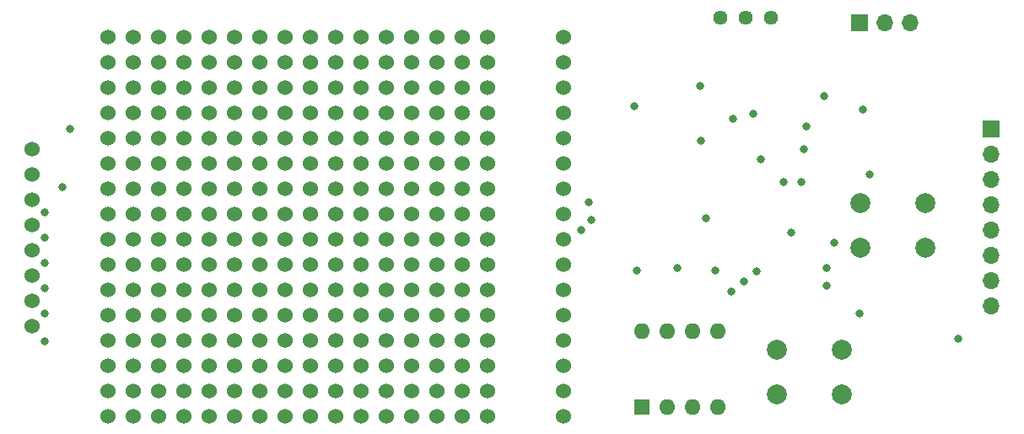
<source format=gbr>
%TF.GenerationSoftware,KiCad,Pcbnew,(5.1.10-1-10_14)*%
%TF.CreationDate,2021-11-01T23:58:36-04:00*%
%TF.ProjectId,DIODE-prototype-board,44494f44-452d-4707-926f-746f74797065,rev?*%
%TF.SameCoordinates,Original*%
%TF.FileFunction,Copper,L3,Inr*%
%TF.FilePolarity,Positive*%
%FSLAX46Y46*%
G04 Gerber Fmt 4.6, Leading zero omitted, Abs format (unit mm)*
G04 Created by KiCad (PCBNEW (5.1.10-1-10_14)) date 2021-11-01 23:58:36*
%MOMM*%
%LPD*%
G01*
G04 APERTURE LIST*
%TA.AperFunction,ComponentPad*%
%ADD10O,1.700000X1.700000*%
%TD*%
%TA.AperFunction,ComponentPad*%
%ADD11R,1.700000X1.700000*%
%TD*%
%TA.AperFunction,ComponentPad*%
%ADD12C,1.440000*%
%TD*%
%TA.AperFunction,ComponentPad*%
%ADD13C,2.000000*%
%TD*%
%TA.AperFunction,ComponentPad*%
%ADD14O,1.600000X1.600000*%
%TD*%
%TA.AperFunction,ComponentPad*%
%ADD15R,1.600000X1.600000*%
%TD*%
%TA.AperFunction,ComponentPad*%
%ADD16C,1.524000*%
%TD*%
%TA.AperFunction,ViaPad*%
%ADD17C,0.800000*%
%TD*%
G04 APERTURE END LIST*
D10*
%TO.N,Net-(J1-Pad8)*%
%TO.C,J1*%
X163068000Y-158242000D03*
%TO.N,Net-(J1-Pad7)*%
X163068000Y-155702000D03*
%TO.N,Net-(J1-Pad6)*%
X163068000Y-153162000D03*
%TO.N,Net-(J1-Pad5)*%
X163068000Y-150622000D03*
%TO.N,EXT_CLOCK*%
X163068000Y-148082000D03*
%TO.N,EXT_LOAD*%
X163068000Y-145542000D03*
%TO.N,GND*%
X163068000Y-143002000D03*
D11*
%TO.N,VCC*%
X163068000Y-140462000D03*
%TD*%
D12*
%TO.N,Net-(RV2-Pad3)*%
%TO.C,RV2*%
X135890000Y-129286000D03*
%TO.N,Net-(R10-Pad1)*%
X138430000Y-129286000D03*
%TO.N,Net-(R5-Pad1)*%
X140970000Y-129286000D03*
%TD*%
D13*
%TO.N,Net-(R12-Pad1)*%
%TO.C,SW4*%
X141582000Y-167132000D03*
%TO.N,GND*%
X141582000Y-162632000D03*
%TO.N,Net-(R12-Pad1)*%
X148082000Y-167132000D03*
%TO.N,GND*%
X148082000Y-162632000D03*
%TD*%
%TO.N,Net-(R11-Pad1)*%
%TO.C,SW2*%
X156464000Y-147900000D03*
%TO.N,GND*%
X156464000Y-152400000D03*
%TO.N,Net-(R11-Pad1)*%
X149964000Y-147900000D03*
%TO.N,GND*%
X149964000Y-152400000D03*
%TD*%
D14*
%TO.N,Net-(J1-Pad5)*%
%TO.C,SW3*%
X128016000Y-160782000D03*
%TO.N,VCC*%
X135636000Y-168402000D03*
%TO.N,Net-(J1-Pad6)*%
X130556000Y-160782000D03*
%TO.N,VCC*%
X133096000Y-168402000D03*
%TO.N,Net-(J1-Pad7)*%
X133096000Y-160782000D03*
%TO.N,VCC*%
X130556000Y-168402000D03*
%TO.N,Net-(J1-Pad8)*%
X135636000Y-160782000D03*
D15*
%TO.N,VCC*%
X128016000Y-168402000D03*
%TD*%
D10*
%TO.N,GND*%
%TO.C,SW1*%
X154940000Y-129794000D03*
%TO.N,Net-(SW1-Pad2)*%
X152400000Y-129794000D03*
D11*
%TO.N,VCC*%
X149860000Y-129794000D03*
%TD*%
D16*
%TO.N,Net-(U1-Pad20)*%
%TO.C,U1*%
X112522000Y-159174000D03*
%TO.N,Net-(U1-Pad13)*%
X112522000Y-141394000D03*
%TO.N,Net-(U1-Pad24)*%
X112522000Y-169334000D03*
%TO.N,Net-(U1-Pad18)*%
X112522000Y-154094000D03*
%TO.N,Net-(U1-Pad12)*%
X112522000Y-138854000D03*
%TO.N,Net-(U1-Pad17)*%
X112522000Y-151554000D03*
%TO.N,Net-(U1-Pad9)*%
X112522000Y-131234000D03*
%TO.N,Net-(U1-Pad23)*%
X112522000Y-166794000D03*
%TO.N,Net-(U1-Pad11)*%
X112522000Y-136314000D03*
%TO.N,Net-(U1-Pad21)*%
X112522000Y-161714000D03*
%TO.N,Net-(U1-Pad15)*%
X112522000Y-146474000D03*
%TO.N,Net-(U1-Pad16)*%
X112522000Y-149014000D03*
%TO.N,Net-(U1-Pad14)*%
X112522000Y-143934000D03*
%TO.N,Net-(U1-Pad19)*%
X112522000Y-156634000D03*
%TO.N,Net-(U1-Pad22)*%
X112522000Y-164254000D03*
%TO.N,Net-(U1-Pad10)*%
X112522000Y-133774000D03*
%TO.N,Net-(U1-Pad24)*%
X120142000Y-169334000D03*
%TO.N,Net-(U1-Pad21)*%
X120142000Y-161714000D03*
%TO.N,Net-(U1-Pad23)*%
X120142000Y-166794000D03*
%TO.N,Net-(U1-Pad22)*%
X120142000Y-164254000D03*
%TO.N,Net-(U1-Pad19)*%
X120142000Y-156634000D03*
%TO.N,Net-(U1-Pad17)*%
X120142000Y-151554000D03*
%TO.N,Net-(U1-Pad20)*%
X120142000Y-159174000D03*
%TO.N,Net-(U1-Pad18)*%
X120142000Y-154094000D03*
%TO.N,Net-(U1-Pad16)*%
X120142000Y-149014000D03*
%TO.N,Net-(U1-Pad15)*%
X120142000Y-146474000D03*
%TO.N,Net-(U1-Pad14)*%
X120142000Y-143934000D03*
%TO.N,Net-(U1-Pad13)*%
X120142000Y-141394000D03*
%TO.N,Net-(U1-Pad12)*%
X120142000Y-138854000D03*
%TO.N,Net-(U1-Pad11)*%
X120142000Y-136314000D03*
%TO.N,Net-(U1-Pad10)*%
X120142000Y-133774000D03*
%TO.N,Net-(U1-Pad9)*%
X120142000Y-131234000D03*
%TO.N,Net-(R9-Pad1)*%
X66802000Y-142494000D03*
%TO.N,Net-(R8-Pad1)*%
X66802000Y-145034000D03*
%TO.N,Net-(R7-Pad1)*%
X66802000Y-147574000D03*
%TO.N,Net-(R6-Pad1)*%
X66802000Y-150114000D03*
%TO.N,Net-(R4-Pad1)*%
X66802000Y-152654000D03*
%TO.N,Net-(R3-Pad1)*%
X66802000Y-155194000D03*
%TO.N,Net-(R2-Pad1)*%
X66802000Y-157734000D03*
%TO.N,Net-(R1-Pad1)*%
X66802000Y-160274000D03*
%TO.N,Net-(U1-Pad14)*%
X107442000Y-143934000D03*
%TO.N,Net-(U1-Pad19)*%
X107442000Y-156634000D03*
%TO.N,Net-(U1-Pad22)*%
X107442000Y-164254000D03*
%TO.N,Net-(U1-Pad10)*%
X107442000Y-133774000D03*
%TO.N,Net-(U1-Pad23)*%
X107442000Y-166794000D03*
%TO.N,Net-(U1-Pad11)*%
X107442000Y-136314000D03*
%TO.N,Net-(U1-Pad21)*%
X107442000Y-161714000D03*
%TO.N,Net-(U1-Pad15)*%
X107442000Y-146474000D03*
%TO.N,Net-(U1-Pad16)*%
X107442000Y-149014000D03*
%TO.N,Net-(U1-Pad20)*%
X107442000Y-159174000D03*
%TO.N,Net-(U1-Pad13)*%
X107442000Y-141394000D03*
%TO.N,Net-(U1-Pad24)*%
X107442000Y-169334000D03*
%TO.N,Net-(U1-Pad18)*%
X107442000Y-154094000D03*
%TO.N,Net-(U1-Pad12)*%
X107442000Y-138854000D03*
%TO.N,Net-(U1-Pad17)*%
X107442000Y-151554000D03*
%TO.N,Net-(U1-Pad9)*%
X107442000Y-131234000D03*
%TO.N,Net-(U1-Pad14)*%
X102362000Y-143934000D03*
%TO.N,Net-(U1-Pad19)*%
X102362000Y-156634000D03*
%TO.N,Net-(U1-Pad22)*%
X102362000Y-164254000D03*
%TO.N,Net-(U1-Pad10)*%
X102362000Y-133774000D03*
%TO.N,Net-(U1-Pad23)*%
X102362000Y-166794000D03*
%TO.N,Net-(U1-Pad11)*%
X102362000Y-136314000D03*
%TO.N,Net-(U1-Pad21)*%
X102362000Y-161714000D03*
%TO.N,Net-(U1-Pad15)*%
X102362000Y-146474000D03*
%TO.N,Net-(U1-Pad16)*%
X102362000Y-149014000D03*
%TO.N,Net-(U1-Pad20)*%
X102362000Y-159174000D03*
%TO.N,Net-(U1-Pad13)*%
X102362000Y-141394000D03*
%TO.N,Net-(U1-Pad24)*%
X102362000Y-169334000D03*
%TO.N,Net-(U1-Pad18)*%
X102362000Y-154094000D03*
%TO.N,Net-(U1-Pad12)*%
X102362000Y-138854000D03*
%TO.N,Net-(U1-Pad17)*%
X102362000Y-151554000D03*
%TO.N,Net-(U1-Pad9)*%
X102362000Y-131234000D03*
%TO.N,Net-(U1-Pad14)*%
X97282000Y-143934000D03*
%TO.N,Net-(U1-Pad19)*%
X97282000Y-156634000D03*
%TO.N,Net-(U1-Pad22)*%
X97282000Y-164254000D03*
%TO.N,Net-(U1-Pad10)*%
X97282000Y-133774000D03*
%TO.N,Net-(U1-Pad23)*%
X97282000Y-166794000D03*
%TO.N,Net-(U1-Pad11)*%
X97282000Y-136314000D03*
%TO.N,Net-(U1-Pad21)*%
X97282000Y-161714000D03*
%TO.N,Net-(U1-Pad15)*%
X97282000Y-146474000D03*
%TO.N,Net-(U1-Pad16)*%
X97282000Y-149014000D03*
%TO.N,Net-(U1-Pad20)*%
X97282000Y-159174000D03*
%TO.N,Net-(U1-Pad13)*%
X97282000Y-141394000D03*
%TO.N,Net-(U1-Pad24)*%
X97282000Y-169334000D03*
%TO.N,Net-(U1-Pad18)*%
X97282000Y-154094000D03*
%TO.N,Net-(U1-Pad12)*%
X97282000Y-138854000D03*
%TO.N,Net-(U1-Pad17)*%
X97282000Y-151554000D03*
%TO.N,Net-(U1-Pad9)*%
X97282000Y-131234000D03*
%TO.N,Net-(U1-Pad19)*%
X92202000Y-156634000D03*
%TO.N,Net-(U1-Pad22)*%
X92202000Y-164254000D03*
%TO.N,Net-(U1-Pad10)*%
X92202000Y-133774000D03*
%TO.N,Net-(U1-Pad23)*%
X92202000Y-166794000D03*
%TO.N,Net-(U1-Pad11)*%
X92202000Y-136314000D03*
%TO.N,Net-(U1-Pad21)*%
X92202000Y-161714000D03*
%TO.N,Net-(U1-Pad15)*%
X92202000Y-146474000D03*
%TO.N,Net-(U1-Pad16)*%
X92202000Y-149014000D03*
%TO.N,Net-(U1-Pad20)*%
X92202000Y-159174000D03*
%TO.N,Net-(U1-Pad13)*%
X92202000Y-141394000D03*
%TO.N,Net-(U1-Pad24)*%
X92202000Y-169334000D03*
%TO.N,Net-(U1-Pad18)*%
X92202000Y-154094000D03*
%TO.N,Net-(U1-Pad12)*%
X92202000Y-138854000D03*
%TO.N,Net-(U1-Pad17)*%
X92202000Y-151554000D03*
%TO.N,Net-(U1-Pad9)*%
X92202000Y-131234000D03*
%TO.N,Net-(U1-Pad14)*%
X92202000Y-143934000D03*
%TO.N,Net-(U1-Pad11)*%
X87122000Y-136314000D03*
%TO.N,Net-(U1-Pad18)*%
X87122000Y-154094000D03*
%TO.N,Net-(U1-Pad16)*%
X87122000Y-149014000D03*
%TO.N,Net-(U1-Pad12)*%
X87122000Y-138854000D03*
%TO.N,Net-(U1-Pad9)*%
X87122000Y-131234000D03*
%TO.N,Net-(U1-Pad14)*%
X87122000Y-143934000D03*
%TO.N,Net-(U1-Pad24)*%
X87122000Y-169334000D03*
%TO.N,Net-(U1-Pad13)*%
X87122000Y-141394000D03*
%TO.N,Net-(U1-Pad22)*%
X87122000Y-164254000D03*
%TO.N,Net-(U1-Pad15)*%
X87122000Y-146474000D03*
%TO.N,Net-(U1-Pad17)*%
X87122000Y-151554000D03*
%TO.N,Net-(U1-Pad10)*%
X87122000Y-133774000D03*
%TO.N,Net-(U1-Pad20)*%
X87122000Y-159174000D03*
%TO.N,Net-(U1-Pad23)*%
X87122000Y-166794000D03*
%TO.N,Net-(U1-Pad21)*%
X87122000Y-161714000D03*
%TO.N,Net-(U1-Pad19)*%
X87122000Y-156634000D03*
%TO.N,Net-(U1-Pad16)*%
X82042000Y-149014000D03*
%TO.N,Net-(U1-Pad13)*%
X82042000Y-141394000D03*
%TO.N,Net-(U1-Pad15)*%
X82042000Y-146474000D03*
%TO.N,Net-(U1-Pad14)*%
X82042000Y-143934000D03*
%TO.N,Net-(U1-Pad11)*%
X82042000Y-136314000D03*
%TO.N,Net-(U1-Pad9)*%
X82042000Y-131234000D03*
%TO.N,Net-(U1-Pad12)*%
X82042000Y-138854000D03*
%TO.N,Net-(U1-Pad18)*%
X82042000Y-154094000D03*
%TO.N,Net-(U1-Pad10)*%
X82042000Y-133774000D03*
%TO.N,Net-(U1-Pad24)*%
X82042000Y-169334000D03*
%TO.N,Net-(U1-Pad21)*%
X82042000Y-161714000D03*
%TO.N,Net-(U1-Pad23)*%
X82042000Y-166794000D03*
%TO.N,Net-(U1-Pad22)*%
X82042000Y-164254000D03*
%TO.N,Net-(U1-Pad19)*%
X82042000Y-156634000D03*
%TO.N,Net-(U1-Pad17)*%
X82042000Y-151554000D03*
%TO.N,Net-(U1-Pad20)*%
X82042000Y-159174000D03*
%TO.N,Net-(R4-Pad1)*%
X89662000Y-156634000D03*
%TO.N,Net-(R1-Pad1)*%
X74422000Y-156634000D03*
%TO.N,Net-(R2-Pad1)*%
X79502000Y-154094000D03*
%TO.N,Net-(R3-Pad1)*%
X84582000Y-169334000D03*
%TO.N,Net-(R6-Pad1)*%
X94742000Y-169334000D03*
%TO.N,Net-(R7-Pad1)*%
X99822000Y-169334000D03*
%TO.N,Net-(R9-Pad1)*%
X109982000Y-169334000D03*
%TO.N,Net-(R4-Pad1)*%
X89662000Y-169334000D03*
%TO.N,Net-(R8-Pad1)*%
X104902000Y-169334000D03*
%TO.N,Net-(R1-Pad1)*%
X74422000Y-169334000D03*
%TO.N,Net-(U1-Pad24)*%
X76962000Y-169334000D03*
%TO.N,Net-(R1-Pad1)*%
X74422000Y-161714000D03*
%TO.N,Net-(R9-Pad1)*%
X109982000Y-164254000D03*
%TO.N,Net-(R3-Pad1)*%
X84582000Y-164254000D03*
%TO.N,Net-(R6-Pad1)*%
X94742000Y-164254000D03*
%TO.N,Net-(U1-Pad21)*%
X76962000Y-161714000D03*
%TO.N,Net-(R2-Pad1)*%
X79502000Y-166794000D03*
%TO.N,Net-(R4-Pad1)*%
X89662000Y-166794000D03*
%TO.N,Net-(R1-Pad1)*%
X74422000Y-166794000D03*
%TO.N,Net-(U1-Pad23)*%
X76962000Y-166794000D03*
%TO.N,Net-(R7-Pad1)*%
X99822000Y-164254000D03*
%TO.N,Net-(R2-Pad1)*%
X79502000Y-164254000D03*
%TO.N,Net-(R4-Pad1)*%
X89662000Y-164254000D03*
%TO.N,Net-(R9-Pad1)*%
X109982000Y-161714000D03*
%TO.N,Net-(R3-Pad1)*%
X84582000Y-161714000D03*
%TO.N,Net-(R6-Pad1)*%
X94742000Y-161714000D03*
%TO.N,Net-(R7-Pad1)*%
X99822000Y-161714000D03*
%TO.N,Net-(R2-Pad1)*%
X79502000Y-161714000D03*
%TO.N,Net-(R3-Pad1)*%
X84582000Y-166794000D03*
%TO.N,Net-(R6-Pad1)*%
X94742000Y-166794000D03*
%TO.N,Net-(R7-Pad1)*%
X99822000Y-166794000D03*
%TO.N,Net-(R4-Pad1)*%
X89662000Y-161714000D03*
%TO.N,Net-(R9-Pad1)*%
X109982000Y-166794000D03*
%TO.N,Net-(R1-Pad1)*%
X74422000Y-164254000D03*
%TO.N,Net-(U1-Pad22)*%
X76962000Y-164254000D03*
%TO.N,Net-(R8-Pad1)*%
X104902000Y-161714000D03*
%TO.N,Net-(R4-Pad1)*%
X89662000Y-151554000D03*
%TO.N,Net-(R3-Pad1)*%
X84582000Y-151554000D03*
%TO.N,Net-(R8-Pad1)*%
X104902000Y-166794000D03*
%TO.N,Net-(R6-Pad1)*%
X94742000Y-154094000D03*
X94742000Y-151554000D03*
%TO.N,Net-(U1-Pad19)*%
X76962000Y-156634000D03*
%TO.N,Net-(R2-Pad1)*%
X79502000Y-151554000D03*
%TO.N,Net-(R6-Pad1)*%
X94742000Y-156634000D03*
%TO.N,Net-(R7-Pad1)*%
X99822000Y-156634000D03*
%TO.N,Net-(R8-Pad1)*%
X104902000Y-156634000D03*
%TO.N,Net-(U1-Pad17)*%
X76962000Y-151554000D03*
%TO.N,Net-(R9-Pad1)*%
X109982000Y-156634000D03*
%TO.N,Net-(R1-Pad1)*%
X74422000Y-151554000D03*
%TO.N,Net-(R4-Pad1)*%
X89662000Y-159174000D03*
%TO.N,Net-(R1-Pad1)*%
X74422000Y-159174000D03*
%TO.N,Net-(U1-Pad20)*%
X76962000Y-159174000D03*
%TO.N,Net-(R6-Pad1)*%
X94742000Y-159174000D03*
%TO.N,Net-(R7-Pad1)*%
X99822000Y-159174000D03*
%TO.N,Net-(R8-Pad1)*%
X104902000Y-159174000D03*
%TO.N,Net-(R9-Pad1)*%
X109982000Y-159174000D03*
%TO.N,Net-(R3-Pad1)*%
X84582000Y-159174000D03*
%TO.N,Net-(R8-Pad1)*%
X104902000Y-151554000D03*
%TO.N,Net-(R2-Pad1)*%
X79502000Y-169334000D03*
%TO.N,Net-(R3-Pad1)*%
X84582000Y-156634000D03*
%TO.N,Net-(R9-Pad1)*%
X109982000Y-151554000D03*
%TO.N,Net-(R2-Pad1)*%
X79502000Y-156634000D03*
%TO.N,Net-(R8-Pad1)*%
X104902000Y-154094000D03*
%TO.N,Net-(R7-Pad1)*%
X99822000Y-154094000D03*
%TO.N,Net-(R9-Pad1)*%
X109982000Y-154094000D03*
%TO.N,Net-(R3-Pad1)*%
X84582000Y-154094000D03*
%TO.N,Net-(U1-Pad18)*%
X76962000Y-154094000D03*
%TO.N,Net-(R1-Pad1)*%
X74422000Y-154094000D03*
%TO.N,Net-(R4-Pad1)*%
X89662000Y-154094000D03*
%TO.N,Net-(R7-Pad1)*%
X99822000Y-151554000D03*
%TO.N,Net-(R8-Pad1)*%
X104902000Y-164254000D03*
%TO.N,Net-(R2-Pad1)*%
X79502000Y-159174000D03*
X79502000Y-149014000D03*
%TO.N,Net-(R4-Pad1)*%
X89662000Y-149014000D03*
%TO.N,Net-(R1-Pad1)*%
X74422000Y-149014000D03*
%TO.N,Net-(U1-Pad16)*%
X76962000Y-149014000D03*
%TO.N,Net-(R3-Pad1)*%
X84582000Y-149014000D03*
%TO.N,Net-(R6-Pad1)*%
X94742000Y-149014000D03*
%TO.N,Net-(R7-Pad1)*%
X99822000Y-149014000D03*
%TO.N,Net-(R9-Pad1)*%
X109982000Y-149014000D03*
%TO.N,Net-(R8-Pad1)*%
X104902000Y-149014000D03*
%TO.N,Net-(R9-Pad1)*%
X109982000Y-146474000D03*
%TO.N,Net-(R3-Pad1)*%
X84582000Y-146474000D03*
%TO.N,Net-(R6-Pad1)*%
X94742000Y-146474000D03*
%TO.N,Net-(R7-Pad1)*%
X99822000Y-146474000D03*
%TO.N,Net-(R2-Pad1)*%
X79502000Y-146474000D03*
%TO.N,Net-(R4-Pad1)*%
X89662000Y-146474000D03*
%TO.N,Net-(R1-Pad1)*%
X74422000Y-146474000D03*
%TO.N,Net-(U1-Pad15)*%
X76962000Y-146474000D03*
%TO.N,Net-(R8-Pad1)*%
X104902000Y-146474000D03*
%TO.N,Net-(R1-Pad1)*%
X74422000Y-143934000D03*
%TO.N,Net-(U1-Pad14)*%
X76962000Y-143934000D03*
%TO.N,Net-(R9-Pad1)*%
X109982000Y-143934000D03*
%TO.N,Net-(R3-Pad1)*%
X84582000Y-143934000D03*
%TO.N,Net-(R6-Pad1)*%
X94742000Y-143934000D03*
%TO.N,Net-(R7-Pad1)*%
X99822000Y-143934000D03*
%TO.N,Net-(R2-Pad1)*%
X79502000Y-143934000D03*
%TO.N,Net-(R4-Pad1)*%
X89662000Y-143934000D03*
%TO.N,Net-(R8-Pad1)*%
X104902000Y-143934000D03*
%TO.N,Net-(R4-Pad1)*%
X89662000Y-141394000D03*
%TO.N,Net-(R1-Pad1)*%
X74422000Y-141394000D03*
%TO.N,Net-(U1-Pad13)*%
X76962000Y-141394000D03*
%TO.N,Net-(R6-Pad1)*%
X94742000Y-141394000D03*
%TO.N,Net-(R7-Pad1)*%
X99822000Y-141394000D03*
%TO.N,Net-(R8-Pad1)*%
X104902000Y-141394000D03*
%TO.N,Net-(R9-Pad1)*%
X109982000Y-141394000D03*
%TO.N,Net-(R3-Pad1)*%
X84582000Y-141394000D03*
%TO.N,Net-(R2-Pad1)*%
X79502000Y-141394000D03*
%TO.N,Net-(R4-Pad1)*%
X89662000Y-138854000D03*
%TO.N,Net-(R1-Pad1)*%
X74422000Y-138854000D03*
%TO.N,Net-(U1-Pad12)*%
X76962000Y-138854000D03*
%TO.N,Net-(R6-Pad1)*%
X94742000Y-138854000D03*
%TO.N,Net-(R7-Pad1)*%
X99822000Y-138854000D03*
%TO.N,Net-(R8-Pad1)*%
X104902000Y-138854000D03*
%TO.N,Net-(R9-Pad1)*%
X109982000Y-138854000D03*
%TO.N,Net-(R3-Pad1)*%
X84582000Y-138854000D03*
%TO.N,Net-(R2-Pad1)*%
X79502000Y-138854000D03*
X79502000Y-136314000D03*
%TO.N,Net-(R6-Pad1)*%
X94742000Y-136314000D03*
%TO.N,Net-(R8-Pad1)*%
X104902000Y-136314000D03*
%TO.N,Net-(R7-Pad1)*%
X99822000Y-136314000D03*
%TO.N,Net-(R9-Pad1)*%
X109982000Y-136314000D03*
%TO.N,Net-(R3-Pad1)*%
X84582000Y-136314000D03*
%TO.N,Net-(U1-Pad11)*%
X76962000Y-136314000D03*
%TO.N,Net-(R1-Pad1)*%
X74422000Y-136314000D03*
%TO.N,Net-(R4-Pad1)*%
X89662000Y-136314000D03*
X89662000Y-133774000D03*
%TO.N,Net-(R3-Pad1)*%
X84582000Y-133774000D03*
%TO.N,Net-(R6-Pad1)*%
X94742000Y-133774000D03*
%TO.N,Net-(R2-Pad1)*%
X79502000Y-133774000D03*
%TO.N,Net-(U1-Pad10)*%
X76962000Y-133774000D03*
%TO.N,Net-(R1-Pad1)*%
X74422000Y-133774000D03*
%TO.N,Net-(R8-Pad1)*%
X104902000Y-133774000D03*
%TO.N,Net-(R9-Pad1)*%
X109982000Y-133774000D03*
%TO.N,Net-(R7-Pad1)*%
X99822000Y-133774000D03*
%TO.N,Net-(R9-Pad1)*%
X109982000Y-131234000D03*
%TO.N,Net-(R8-Pad1)*%
X104902000Y-131234000D03*
%TO.N,Net-(R7-Pad1)*%
X99822000Y-131234000D03*
%TO.N,Net-(R6-Pad1)*%
X94742000Y-131234000D03*
%TO.N,Net-(R4-Pad1)*%
X89662000Y-131234000D03*
%TO.N,Net-(R3-Pad1)*%
X84582000Y-131234000D03*
%TO.N,Net-(R2-Pad1)*%
X79502000Y-131234000D03*
%TO.N,Net-(U1-Pad9)*%
X76962000Y-131234000D03*
%TO.N,Net-(R1-Pad1)*%
X74422000Y-131234000D03*
%TD*%
D17*
%TO.N,Net-(U1-Pad19)*%
X122936000Y-149606000D03*
%TO.N,Net-(U1-Pad18)*%
X121920000Y-150622000D03*
%TO.N,Net-(J1-Pad8)*%
X146558000Y-156210000D03*
X137033000Y-156845000D03*
%TO.N,Net-(J1-Pad7)*%
X146558000Y-154432000D03*
X138303000Y-155829000D03*
%TO.N,Net-(J1-Pad6)*%
X147320000Y-151892000D03*
X139573000Y-154813001D03*
%TO.N,VCC*%
X68072000Y-151384000D03*
X68072000Y-153924000D03*
X68072000Y-156464000D03*
X68072000Y-159004000D03*
X68072000Y-161798000D03*
X68072000Y-148844000D03*
X139192000Y-138938000D03*
X133858000Y-136144000D03*
X142240000Y-145796000D03*
X134493000Y-149479000D03*
X131572000Y-154432000D03*
X150876000Y-145034000D03*
X149860000Y-159004000D03*
X144526000Y-140208000D03*
%TO.N,Net-(C2-Pad1)*%
X137160000Y-139446000D03*
%TO.N,Net-(R11-Pad1)*%
X135382000Y-154686000D03*
%TO.N,GND*%
X127254000Y-138176000D03*
X133923000Y-141667000D03*
X144272000Y-142494000D03*
X150180000Y-138496000D03*
X127508000Y-154686000D03*
X122682000Y-147828000D03*
%TO.N,Net-(SW1-Pad2)*%
X139954000Y-143510000D03*
X146304000Y-137160000D03*
%TO.N,Net-(R7-Pad1)*%
X69850000Y-146304000D03*
X70612000Y-140462000D03*
%TO.N,EXT_LOAD*%
X159766000Y-161544000D03*
%TO.N,LOAD*%
X144018000Y-145796000D03*
X143002000Y-150876000D03*
%TD*%
M02*

</source>
